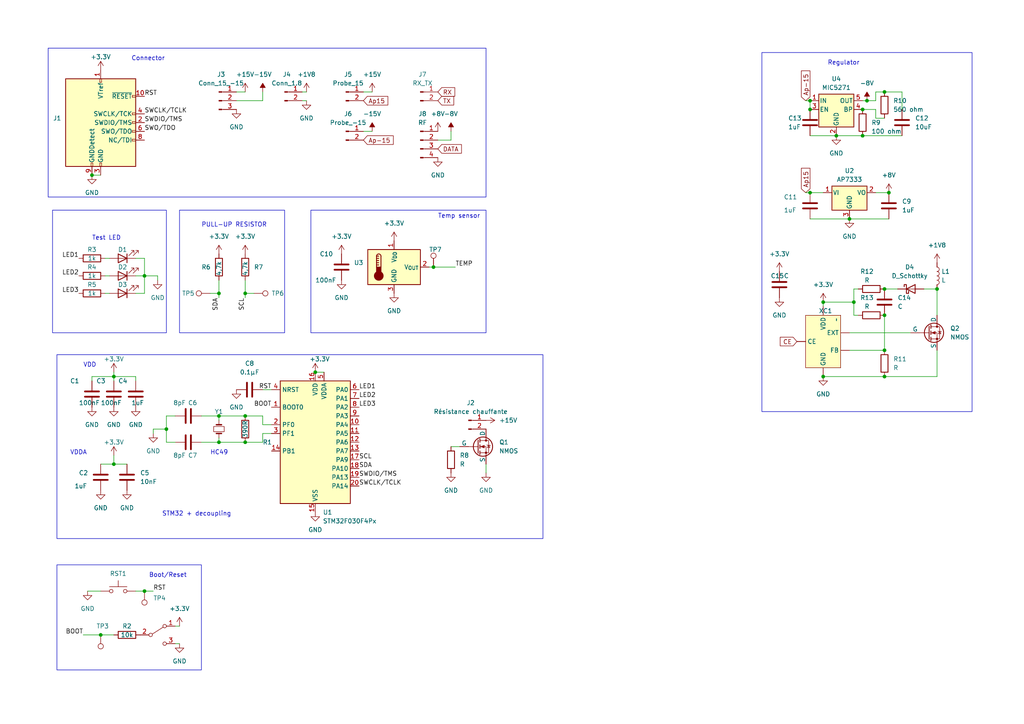
<source format=kicad_sch>
(kicad_sch (version 20230121) (generator eeschema)
  (paper "A4")
  (lib_symbols
    (symbol "Connector:Conn_01x02_Pin" (pin_names (offset 1.016) hide)
      (property "Reference" "J" (at 0 2.54 0))
      (property "Value" "Conn_01x02_Pin" (at 0 -5.08 0))
      (symbol "Conn_01x02_Pin_1_1"
        (polyline (pts (xy 1.27 -2.54) (xy 0.8636 -2.54)) (stroke (width 0.1524)))
        (polyline (pts (xy 1.27 0) (xy 0.8636 0)) (stroke (width 0.1524)))
        (rectangle (start 0.8636 -2.413) (end 0 -2.667) (stroke (width 0.1524)) (fill (type outline)))
        (rectangle (start 0.8636 0.127) (end 0 -0.127) (stroke (width 0.1524)) (fill (type outline)))
        (pin passive line (at 5.08 0 180) (length 3.81) (name "Pin_1") (number "1"))
        (pin passive line (at 5.08 -2.54 180) (length 3.81) (name "Pin_2") (number "2"))
      )
    )
    (symbol "Connector:Conn_01x03_Pin" (pin_names (offset 1.016) hide)
      (property "Reference" "J" (at 0 5.08 0))
      (property "Value" "Conn_01x03_Pin" (at 0 -5.08 0))
      (symbol "Conn_01x03_Pin_1_1"
        (polyline (pts (xy 1.27 -2.54) (xy 0.8636 -2.54)) (stroke (width 0.1524)))
        (polyline (pts (xy 1.27 0) (xy 0.8636 0)) (stroke (width 0.1524)))
        (polyline (pts (xy 1.27 2.54) (xy 0.8636 2.54)) (stroke (width 0.1524)))
        (rectangle (start 0.8636 -2.413) (end 0 -2.667) (stroke (width 0.1524)) (fill (type outline)))
        (rectangle (start 0.8636 0.127) (end 0 -0.127) (stroke (width 0.1524)) (fill (type outline)))
        (rectangle (start 0.8636 2.667) (end 0 2.413) (stroke (width 0.1524)) (fill (type outline)))
        (pin passive line (at 5.08 2.54 180) (length 3.81) (name "Pin_1") (number "1"))
        (pin passive line (at 5.08 0 180) (length 3.81) (name "Pin_2") (number "2"))
        (pin passive line (at 5.08 -2.54 180) (length 3.81) (name "Pin_3") (number "3"))
      )
    )
    (symbol "Connector:Conn_01x04_Pin" (pin_names (offset 1.016) hide)
      (property "Reference" "J" (at 0 5.08 0))
      (property "Value" "Conn_01x04_Pin" (at 0 -7.62 0))
      (symbol "Conn_01x04_Pin_1_1"
        (polyline (pts (xy 1.27 -5.08) (xy 0.8636 -5.08)) (stroke (width 0.1524)))
        (polyline (pts (xy 1.27 -2.54) (xy 0.8636 -2.54)) (stroke (width 0.1524)))
        (polyline (pts (xy 1.27 0) (xy 0.8636 0)) (stroke (width 0.1524)))
        (polyline (pts (xy 1.27 2.54) (xy 0.8636 2.54)) (stroke (width 0.1524)))
        (rectangle (start 0.8636 -4.953) (end 0 -5.207) (stroke (width 0.1524)) (fill (type outline)))
        (rectangle (start 0.8636 -2.413) (end 0 -2.667) (stroke (width 0.1524)) (fill (type outline)))
        (rectangle (start 0.8636 0.127) (end 0 -0.127) (stroke (width 0.1524)) (fill (type outline)))
        (rectangle (start 0.8636 2.667) (end 0 2.413) (stroke (width 0.1524)) (fill (type outline)))
        (pin passive line (at 5.08 2.54 180) (length 3.81) (name "Pin_1") (number "1"))
        (pin passive line (at 5.08 0 180) (length 3.81) (name "Pin_2") (number "2"))
        (pin passive line (at 5.08 -2.54 180) (length 3.81) (name "Pin_3") (number "3"))
        (pin passive line (at 5.08 -5.08 180) (length 3.81) (name "Pin_4") (number "4"))
      )
    )
    (symbol "Connector:Conn_ARM_JTAG_SWD_10" (pin_names (offset 1.016))
      (property "Reference" "J" (at -2.54 16.51 0))
      (property "Value" "Conn_ARM_JTAG_SWD_10" (at -2.54 13.97 0))
      (symbol "Conn_ARM_JTAG_SWD_10_0_1"
        (rectangle (start -10.16 12.7) (end 10.16 -12.7) (stroke (width 0.254)) (fill (type background)))
        (rectangle (start -2.794 -12.7) (end -2.286 -11.684))
        (rectangle (start -0.254 -12.7) (end 0.254 -11.684))
        (rectangle (start -0.254 12.7) (end 0.254 11.684))
        (rectangle (start 9.144 2.286) (end 10.16 2.794))
        (rectangle (start 10.16 -2.794) (end 9.144 -2.286))
        (rectangle (start 10.16 -0.254) (end 9.144 0.254))
        (rectangle (start 10.16 7.874) (end 9.144 7.366))
      )
      (symbol "Conn_ARM_JTAG_SWD_10_1_1"
        (rectangle (start 9.144 -5.334) (end 10.16 -4.826))
        (pin power_in line (at 0 15.24 270) (length 2.54) (name "VTref") (number "1"))
        (pin open_collector line (at 12.7 7.62 180) (length 2.54) (name "~{RESET}") (number "10"))
        (pin bidirectional line (at 12.7 0 180) (length 2.54) (name "SWDIO/TMS") (number "2"))
        (pin power_in line (at 0 -15.24 90) (length 2.54) (name "GND") (number "3"))
        (pin output line (at 12.7 2.54 180) (length 2.54) (name "SWCLK/TCK") (number "4"))
        (pin passive line (at 0 -15.24 90) (length 2.54) hide (name "GND") (number "5"))
        (pin input line (at 12.7 -2.54 180) (length 2.54) (name "SWO/TDO") (number "6"))
        (pin no_connect line (at -10.16 0 0) (length 2.54) hide (name "KEY") (number "7"))
        (pin output line (at 12.7 -5.08 180) (length 2.54) (name "NC/TDI") (number "8"))
        (pin passive line (at -2.54 -15.24 90) (length 2.54) (name "GNDDetect") (number "9"))
      )
    )
    (symbol "Connector:TestPoint" (pin_numbers hide) (pin_names (offset 0.762) hide)
      (property "Reference" "TP" (at 0 6.858 0))
      (property "Value" "TestPoint" (at 0 5.08 0))
      (symbol "TestPoint_0_1"
        (circle (center 0 3.302) (radius 0.762))
      )
      (symbol "TestPoint_1_1"
        (pin passive line (at 0 0 90) (length 2.54) (name "1") (number "1"))
      )
    )
    (symbol "Device:C" (pin_numbers hide) (pin_names (offset 0.254))
      (property "Reference" "C" (at 0.635 2.54 0))
      (property "Value" "C" (at 0.635 -2.54 0))
      (symbol "C_0_1"
        (polyline (pts (xy -2.032 -0.762) (xy 2.032 -0.762)) (stroke (width 0.508)))
        (polyline (pts (xy -2.032 0.762) (xy 2.032 0.762)) (stroke (width 0.508)))
      )
      (symbol "C_1_1"
        (pin passive line (at 0 3.81 270) (length 2.794) (name "~") (number "1"))
        (pin passive line (at 0 -3.81 90) (length 2.794) (name "~") (number "2"))
      )
    )
    (symbol "Device:Crystal_Small" (pin_numbers hide) (pin_names (offset 1.016) hide)
      (property "Reference" "Y" (at 0 2.54 0))
      (property "Value" "Crystal_Small" (at 0 -2.54 0))
      (symbol "Crystal_Small_0_1"
        (rectangle (start -0.762 -1.524) (end 0.762 1.524))
        (polyline (pts (xy -1.27 -0.762) (xy -1.27 0.762)) (stroke (width 0.381)))
        (polyline (pts (xy 1.27 -0.762) (xy 1.27 0.762)) (stroke (width 0.381)))
      )
      (symbol "Crystal_Small_1_1"
        (pin passive line (at -2.54 0 0) (length 1.27) (name "1") (number "1"))
        (pin passive line (at 2.54 0 180) (length 1.27) (name "2") (number "2"))
      )
    )
    (symbol "Device:D_Schottky" (pin_numbers hide) (pin_names (offset 1.016) hide)
      (property "Reference" "D" (at 0 2.54 0))
      (property "Value" "D_Schottky" (at 0 -2.54 0))
      (symbol "D_Schottky_0_1"
        (polyline (pts (xy 1.27 0) (xy -1.27 0)))
        (polyline (pts (xy 1.27 1.27) (xy 1.27 -1.27) (xy -1.27 0) (xy 1.27 1.27)) (stroke (width 0.254)))
        (polyline (pts (xy -1.905 0.635) (xy -1.905 1.27) (xy -1.27 1.27) (xy -1.27 -1.27) (xy -0.635 -1.27) (xy -0.635 -0.635)) (stroke (width 0.254)))
      )
      (symbol "D_Schottky_1_1"
        (pin passive line (at -3.81 0 0) (length 2.54) (name "K") (number "1"))
        (pin passive line (at 3.81 0 180) (length 2.54) (name "A") (number "2"))
      )
    )
    (symbol "Device:L" (pin_numbers hide) (pin_names (offset 1.016) hide)
      (property "Reference" "L" (at -1.27 0 90))
      (property "Value" "L" (at 1.905 0 90))
      (symbol "L_0_1"
        (arc (start 0 -2.54) (mid 0.6323 -1.905) (end 0 -1.27))
        (arc (start 0 -1.27) (mid 0.6323 -0.635) (end 0 0))
        (arc (start 0 0) (mid 0.6323 0.635) (end 0 1.27))
        (arc (start 0 1.27) (mid 0.6323 1.905) (end 0 2.54))
      )
      (symbol "L_1_1"
        (pin passive line (at 0 3.81 270) (length 1.27) (name "1") (number "1"))
        (pin passive line (at 0 -3.81 90) (length 1.27) (name "2") (number "2"))
      )
    )
    (symbol "Device:LED" (pin_numbers hide) (pin_names (offset 1.016) hide)
      (property "Reference" "D" (at 0 2.54 0))
      (property "Value" "LED" (at 0 -2.54 0))
      (symbol "LED_0_1"
        (polyline (pts (xy -1.27 -1.27) (xy -1.27 1.27)) (stroke (width 0.254)))
        (polyline (pts (xy -1.27 0) (xy 1.27 0)))
        (polyline (pts (xy 1.27 -1.27) (xy 1.27 1.27) (xy -1.27 0) (xy 1.27 -1.27)) (stroke (width 0.254)))
        (polyline (pts (xy -3.048 -0.762) (xy -4.572 -2.286) (xy -3.81 -2.286) (xy -4.572 -2.286) (xy -4.572 -1.524)))
        (polyline (pts (xy -1.778 -0.762) (xy -3.302 -2.286) (xy -2.54 -2.286) (xy -3.302 -2.286) (xy -3.302 -1.524)))
      )
      (symbol "LED_1_1"
        (pin passive line (at -3.81 0 0) (length 2.54) (name "K") (number "1"))
        (pin passive line (at 3.81 0 180) (length 2.54) (name "A") (number "2"))
      )
    )
    (symbol "Device:R" (pin_numbers hide) (pin_names (offset 0))
      (property "Reference" "R" (at 2.032 0 90))
      (property "Value" "R" (at 0 0 90))
      (symbol "R_0_1"
        (rectangle (start -1.016 -2.54) (end 1.016 2.54) (stroke (width 0.254)))
      )
      (symbol "R_1_1"
        (pin passive line (at 0 3.81 270) (length 1.27) (name "~") (number "1"))
        (pin passive line (at 0 -3.81 90) (length 1.27) (name "~") (number "2"))
      )
    )
    (symbol "MCU_ST_STM32F0:STM32F030F4Px"
      (property "Reference" "U" (at -10.16 19.05 0))
      (property "Value" "STM32F030F4Px" (at 5.08 19.05 0))
      (symbol "STM32F030F4Px_0_1"
        (rectangle (start -10.16 -17.78) (end 10.16 17.78) (stroke (width 0.254)) (fill (type background)))
      )
      (symbol "STM32F030F4Px_1_1"
        (pin input line (at -12.7 10.16 0) (length 2.54) (name "BOOT0") (number "1"))
        (pin bidirectional line (at 12.7 5.08 180) (length 2.54) (name "PA4") (number "10"))
        (pin bidirectional line (at 12.7 2.54 180) (length 2.54) (name "PA5") (number "11"))
        (pin bidirectional line (at 12.7 0 180) (length 2.54) (name "PA6") (number "12"))
        (pin bidirectional line (at 12.7 -2.54 180) (length 2.54) (name "PA7") (number "13"))
        (pin bidirectional line (at -12.7 -2.54 0) (length 2.54) (name "PB1") (number "14"))
        (pin power_in line (at 0 -20.32 90) (length 2.54) (name "VSS") (number "15"))
        (pin power_in line (at 0 20.32 270) (length 2.54) (name "VDD") (number "16"))
        (pin bidirectional line (at 12.7 -5.08 180) (length 2.54) (name "PA9") (number "17"))
        (pin bidirectional line (at 12.7 -7.62 180) (length 2.54) (name "PA10") (number "18"))
        (pin bidirectional line (at 12.7 -10.16 180) (length 2.54) (name "PA13") (number "19"))
        (pin bidirectional line (at -12.7 5.08 0) (length 2.54) (name "PF0") (number "2"))
        (pin bidirectional line (at 12.7 -12.7 180) (length 2.54) (name "PA14") (number "20"))
        (pin bidirectional line (at -12.7 2.54 0) (length 2.54) (name "PF1") (number "3"))
        (pin input line (at -12.7 15.24 0) (length 2.54) (name "NRST") (number "4"))
        (pin power_in line (at 2.54 20.32 270) (length 2.54) (name "VDDA") (number "5"))
        (pin bidirectional line (at 12.7 15.24 180) (length 2.54) (name "PA0") (number "6"))
        (pin bidirectional line (at 12.7 12.7 180) (length 2.54) (name "PA1") (number "7"))
        (pin bidirectional line (at 12.7 10.16 180) (length 2.54) (name "PA2") (number "8"))
        (pin bidirectional line (at 12.7 7.62 180) (length 2.54) (name "PA3") (number "9"))
      )
    )
    (symbol "Regulator_Linear:AP7384-28SA" (pin_names (offset 0.254))
      (property "Reference" "U" (at -3.81 3.175 0))
      (property "Value" "AP7384-28SA" (at 0 3.175 0))
      (symbol "AP7384-28SA_0_1"
        (rectangle (start -5.08 1.905) (end 5.08 -5.08) (stroke (width 0.254)) (fill (type background)))
      )
      (symbol "AP7384-28SA_1_1"
        (pin power_in line (at -7.62 0 0) (length 2.54) (name "VI") (number "1"))
        (pin power_out line (at 7.62 0 180) (length 2.54) (name "VO") (number "2"))
        (pin power_in line (at 0 -7.62 90) (length 2.54) (name "GND") (number "3"))
      )
    )
    (symbol "Regulator_Linear:MIC5205-2.5YM5" (pin_names (offset 0.254))
      (property "Reference" "U" (at -3.81 5.715 0))
      (property "Value" "MIC5205-2.5YM5" (at 0 5.715 0))
      (symbol "MIC5205-2.5YM5_0_1"
        (rectangle (start -5.08 4.445) (end 5.08 -5.08) (stroke (width 0.254)) (fill (type background)))
      )
      (symbol "MIC5205-2.5YM5_1_1"
        (pin power_in line (at -7.62 2.54 0) (length 2.54) (name "IN") (number "1"))
        (pin power_in line (at 0 -7.62 90) (length 2.54) (name "GND") (number "2"))
        (pin input line (at -7.62 0 0) (length 2.54) (name "EN") (number "3"))
        (pin input line (at 7.62 0 180) (length 2.54) (name "BP") (number "4"))
        (pin power_out line (at 7.62 2.54 180) (length 2.54) (name "OUT") (number "5"))
      )
    )
    (symbol "Sensor_Temperature:MCP9700Ax-ETT"
      (property "Reference" "U" (at -6.35 6.35 0))
      (property "Value" "MCP9700Ax-ETT" (at 1.27 6.35 0))
      (symbol "MCP9700Ax-ETT_0_1"
        (rectangle (start -7.62 5.08) (end 7.62 -5.08) (stroke (width 0.254)) (fill (type background)))
        (circle (center -4.445 -2.54) (radius 1.27) (stroke (width 0.254)) (fill (type outline)))
        (rectangle (start -3.81 -1.905) (end -5.08 0) (stroke (width 0.254)) (fill (type outline)))
        (arc (start -3.81 3.175) (mid -4.445 3.8073) (end -5.08 3.175) (stroke (width 0.254)))
        (polyline (pts (xy -5.08 0.635) (xy -4.445 0.635)) (stroke (width 0.254)))
        (polyline (pts (xy -5.08 1.27) (xy -4.445 1.27)) (stroke (width 0.254)))
        (polyline (pts (xy -5.08 1.905) (xy -4.445 1.905)) (stroke (width 0.254)))
        (polyline (pts (xy -5.08 2.54) (xy -4.445 2.54)) (stroke (width 0.254)))
        (polyline (pts (xy -5.08 3.175) (xy -5.08 0)) (stroke (width 0.254)))
        (polyline (pts (xy -5.08 3.175) (xy -4.445 3.175)) (stroke (width 0.254)))
        (polyline (pts (xy -3.81 3.175) (xy -3.81 0)) (stroke (width 0.254)))
      )
      (symbol "MCP9700Ax-ETT_1_1"
        (pin power_in line (at 0 7.62 270) (length 2.54) (name "V_{DD}") (number "1"))
        (pin output line (at 10.16 0 180) (length 2.54) (name "V_{OUT}") (number "2"))
        (pin power_in line (at 0 -7.62 90) (length 2.54) (name "GND") (number "3"))
      )
    )
    (symbol "Simulation_SPICE:NMOS" (pin_numbers hide) (pin_names (offset 0))
      (property "Reference" "Q" (at 5.08 1.27 0))
      (property "Value" "NMOS" (at 5.08 -1.27 0))
      (symbol "NMOS_0_1"
        (polyline (pts (xy 0.254 0) (xy -2.54 0)))
        (polyline (pts (xy 0.254 1.905) (xy 0.254 -1.905)) (stroke (width 0.254)))
        (polyline (pts (xy 0.762 -1.27) (xy 0.762 -2.286)) (stroke (width 0.254)))
        (polyline (pts (xy 0.762 0.508) (xy 0.762 -0.508)) (stroke (width 0.254)))
        (polyline (pts (xy 0.762 2.286) (xy 0.762 1.27)) (stroke (width 0.254)))
        (polyline (pts (xy 2.54 2.54) (xy 2.54 1.778)))
        (polyline (pts (xy 2.54 -2.54) (xy 2.54 0) (xy 0.762 0)))
        (polyline (pts (xy 0.762 -1.778) (xy 3.302 -1.778) (xy 3.302 1.778) (xy 0.762 1.778)))
        (polyline (pts (xy 1.016 0) (xy 2.032 0.381) (xy 2.032 -0.381) (xy 1.016 0)) (fill (type outline)))
        (polyline (pts (xy 2.794 0.508) (xy 2.921 0.381) (xy 3.683 0.381) (xy 3.81 0.254)))
        (polyline (pts (xy 3.302 0.381) (xy 2.921 -0.254) (xy 3.683 -0.254) (xy 3.302 0.381)))
        (circle (center 1.651 0) (radius 2.794) (stroke (width 0.254)))
        (circle (center 2.54 -1.778) (radius 0.254) (fill (type outline)))
        (circle (center 2.54 1.778) (radius 0.254) (fill (type outline)))
      )
      (symbol "NMOS_1_1"
        (pin passive line (at 2.54 5.08 270) (length 2.54) (name "D") (number "1"))
        (pin input line (at -5.08 0 0) (length 2.54) (name "G") (number "2"))
        (pin passive line (at 2.54 -5.08 90) (length 2.54) (name "S") (number "3"))
      )
    )
    (symbol "Switch:SW_DPDT_x2" (pin_names (offset 0) hide)
      (property "Reference" "SW" (at 0 4.318 0))
      (property "Value" "SW_DPDT_x2" (at 0 -5.08 0))
      (symbol "SW_DPDT_x2_0_0"
        (circle (center -2.032 0) (radius 0.508))
        (circle (center 2.032 -2.54) (radius 0.508))
      )
      (symbol "SW_DPDT_x2_0_1"
        (polyline (pts (xy -1.524 0.254) (xy 1.651 2.286)))
        (circle (center 2.032 2.54) (radius 0.508))
      )
      (symbol "SW_DPDT_x2_1_1"
        (pin passive line (at 5.08 2.54 180) (length 2.54) (name "A") (number "1"))
        (pin passive line (at -5.08 0 0) (length 2.54) (name "B") (number "2"))
        (pin passive line (at 5.08 -2.54 180) (length 2.54) (name "C") (number "3"))
      )
      (symbol "SW_DPDT_x2_2_1"
        (pin passive line (at 5.08 2.54 180) (length 2.54) (name "A") (number "4"))
        (pin passive line (at -5.08 0 0) (length 2.54) (name "B") (number "5"))
        (pin passive line (at 5.08 -2.54 180) (length 2.54) (name "C") (number "6"))
      )
    )
    (symbol "Switch:SW_Push" (pin_numbers hide) (pin_names (offset 1.016) hide)
      (property "Reference" "SW" (at 1.27 2.54 0))
      (property "Value" "SW_Push" (at 0 -1.524 0))
      (symbol "SW_Push_0_1"
        (circle (center -2.032 0) (radius 0.508))
        (polyline (pts (xy 0 1.27) (xy 0 3.048)))
        (polyline (pts (xy 2.54 1.27) (xy -2.54 1.27)))
        (circle (center 2.032 0) (radius 0.508))
        (pin passive line (at -5.08 0 0) (length 2.54) (name "1") (number "1"))
        (pin passive line (at 5.08 0 180) (length 2.54) (name "2") (number "2"))
      )
    )
    (symbol "aase:XC9103"
      (property "Reference" "XC9103" (at -11.43 8.89 0))
      (symbol "XC9103_1_1"
        (rectangle (start -17.78 -7.62) (end -7.62 -22.86) (fill (type background)))
        (pin input line (at -20.32 -15.24 0) (length 2.54) (name "CE") (number ""))
        (pin output line (at -5.08 -12.7 180) (length 2.54) (name "EXT") (number ""))
        (pin unspecified line (at -5.08 -17.78 180) (length 2.54) (name "FB") (number ""))
        (pin power_out line (at -12.7 -25.4 90) (length 2.54) (name "GND") (number ""))
        (pin power_in line (at -12.7 -5.08 270) (length 2.54) (name "VDD") (number ""))
      )
    )
    (symbol "power:+15V" (power) (pin_names (offset 0))
      (property "Value" "+15V" (at 0 3.556 0))
      (symbol "+15V_0_1"
        (polyline (pts (xy -0.762 1.27) (xy 0 2.54)))
        (polyline (pts (xy 0 0) (xy 0 2.54)))
        (polyline (pts (xy 0 2.54) (xy 0.762 1.27)))
      )
      (symbol "+15V_1_1"
        (pin power_in line (at 0 0 90) (length 0) hide (name "+15V") (number "1"))
      )
    )
    (symbol "power:+1V8" (power) (pin_names (offset 0))
      (property "Value" "+1V8" (at 0 3.556 0))
      (symbol "+1V8_0_1"
        (polyline (pts (xy -0.762 1.27) (xy 0 2.54)))
        (polyline (pts (xy 0 0) (xy 0 2.54)))
        (polyline (pts (xy 0 2.54) (xy 0.762 1.27)))
      )
      (symbol "+1V8_1_1"
        (pin power_in line (at 0 0 90) (length 0) hide (name "+1V8") (number "1"))
      )
    )
    (symbol "power:+3.3V" (power) (pin_names (offset 0))
      (property "Value" "+3.3V" (at 0 3.556 0))
      (symbol "+3.3V_0_1"
        (polyline (pts (xy -0.762 1.27) (xy 0 2.54)))
        (polyline (pts (xy 0 0) (xy 0 2.54)))
        (polyline (pts (xy 0 2.54) (xy 0.762 1.27)))
      )
      (symbol "+3.3V_1_1"
        (pin power_in line (at 0 0 90) (length 0) hide (name "+3.3V") (number "1"))
      )
    )
    (symbol "power:+8V" (power) (pin_names (offset 0))
      (property "Value" "+8V" (at 0 3.556 0))
      (symbol "+8V_0_1"
        (polyline (pts (xy -0.762 1.27) (xy 0 2.54)))
        (polyline (pts (xy 0 0) (xy 0 2.54)))
        (polyline (pts (xy 0 2.54) (xy 0.762 1.27)))
      )
      (symbol "+8V_1_1"
        (pin power_in line (at 0 0 90) (length 0) hide (name "+8V") (number "1"))
      )
    )
    (symbol "power:-15V" (power) (pin_names (offset 0))
      (property "Value" "-15V" (at 0 3.81 0))
      (symbol "-15V_0_0"
        (pin power_in line (at 0 0 90) (length 0) hide (name "-15V") (number "1"))
      )
      (symbol "-15V_0_1"
        (polyline (pts (xy 0 0) (xy 0 1.27) (xy 0.762 1.27) (xy 0 2.54) (xy -0.762 1.27) (xy 0 1.27)) (fill (type outline)))
      )
    )
    (symbol "power:-8V" (power) (pin_names (offset 0))
      (property "Value" "-8V" (at 0 3.81 0))
      (symbol "-8V_0_0"
        (pin power_in line (at 0 0 90) (length 0) hide (name "-8V") (number "1"))
      )
      (symbol "-8V_0_1"
        (polyline (pts (xy 0 0) (xy 0 1.27) (xy 0.762 1.27) (xy 0 2.54) (xy -0.762 1.27) (xy 0 1.27)) (fill (type outline)))
      )
    )
    (symbol "power:GND" (power) (pin_names (offset 0))
      (property "Value" "GND" (at 0 -3.81 0))
      (symbol "GND_0_1"
        (polyline (pts (xy 0 0) (xy 0 -1.27) (xy 1.27 -1.27) (xy 0 -2.54) (xy -1.27 -1.27) (xy 0 -1.27)))
      )
      (symbol "GND_1_1"
        (pin power_in line (at 0 0 270) (length 0) hide (name "GND") (number "1"))
      )
    )
  )
  (junction (at 271.78 83.82))
  (junction (at 250.19 39.37))
  (junction (at 247.65 87.63))
  (junction (at 41.91 171.45))
  (junction (at 71.12 120.65))
  (junction (at 257.81 55.88))
  (junction (at 251.46 29.21))
  (junction (at 33.02 109.22))
  (junction (at 242.57 39.37))
  (junction (at 234.95 31.75))
  (junction (at 63.5 120.65))
  (junction (at 33.02 134.62))
  (junction (at 256.54 109.22))
  (junction (at 250.19 31.75))
  (junction (at 91.44 107.95))
  (junction (at 125.73 77.47))
  (junction (at 238.76 87.63))
  (junction (at 63.5 128.27))
  (junction (at 63.5 85.09))
  (junction (at 71.12 128.27))
  (junction (at 234.95 55.88))
  (junction (at 26.67 50.8))
  (junction (at 71.12 85.09))
  (junction (at 256.54 91.44))
  (junction (at 256.54 101.6))
  (junction (at 234.95 29.21))
  (junction (at 29.21 184.15))
  (junction (at 238.76 109.22))
  (junction (at 41.91 80.01))
  (junction (at 246.38 63.5))
  (junction (at 256.54 83.82))
  (junction (at 48.26 124.46))
  (junction (at 256.54 26.67))
  (wire (pts (xy 246.38 96.52) (xy 264.16 96.52)))
  (wire (pts (xy 39.37 74.93) (xy 41.91 74.93)))
  (wire (pts (xy 63.5 120.65) (xy 71.12 120.65)))
  (wire (pts (xy 254 55.88) (xy 257.81 55.88)))
  (wire (pts (xy 130.81 129.54) (xy 133.35 129.54)))
  (wire (pts (xy 256.54 109.22) (xy 271.78 109.22)))
  (wire (pts (xy 261.62 39.37) (xy 250.19 39.37)))
  (wire (pts (xy 60.96 85.09) (xy 63.5 85.09)))
  (wire (pts (xy 41.91 80.01) (xy 45.72 80.01)))
  (wire (pts (xy 63.5 128.27) (xy 71.12 128.27)))
  (wire (pts (xy 132.08 77.47) (xy 125.73 77.47)))
  (wire (pts (xy 234.95 29.21) (xy 234.95 31.75)))
  (wire (pts (xy 71.12 85.09) (xy 71.12 81.28)))
  (wire (pts (xy 105.41 26.67) (xy 107.95 26.67)))
  (wire (pts (xy 254 34.29) (xy 254 31.75)))
  (wire (pts (xy 247.65 91.44) (xy 248.92 91.44)))
  (wire (pts (xy 36.83 134.62) (xy 33.02 134.62)))
  (wire (pts (xy 130.81 40.64) (xy 130.81 38.1)))
  (wire (pts (xy 234.95 55.88) (xy 238.76 55.88)))
  (wire (pts (xy 73.66 85.09) (xy 71.12 85.09)))
  (wire (pts (xy 71.12 120.65) (xy 76.2 120.65)))
  (wire (pts (xy 76.2 29.21) (xy 76.2 26.67)))
  (wire (pts (xy 41.91 74.93) (xy 41.91 80.01)))
  (wire (pts (xy 254 26.67) (xy 256.54 26.67)))
  (wire (pts (xy 26.67 110.49) (xy 26.67 109.22)))
  (wire (pts (xy 256.54 91.44) (xy 256.54 101.6)))
  (wire (pts (xy 76.2 113.03) (xy 78.74 113.03)))
  (wire (pts (xy 30.48 74.93) (xy 31.75 74.93)))
  (wire (pts (xy 39.37 171.45) (xy 41.91 171.45)))
  (wire (pts (xy 26.67 50.8) (xy 29.21 50.8)))
  (wire (pts (xy 24.13 184.15) (xy 29.21 184.15)))
  (wire (pts (xy 256.54 83.82) (xy 260.35 83.82)))
  (wire (pts (xy 267.97 83.82) (xy 271.78 83.82)))
  (wire (pts (xy 76.2 123.19) (xy 78.74 123.19)))
  (wire (pts (xy 76.2 120.65) (xy 76.2 123.19)))
  (wire (pts (xy 127 40.64) (xy 130.81 40.64)))
  (wire (pts (xy 48.26 124.46) (xy 44.45 124.46)))
  (wire (pts (xy 25.4 171.45) (xy 29.21 171.45)))
  (wire (pts (xy 246.38 63.5) (xy 257.81 63.5)))
  (wire (pts (xy 71.12 86.36) (xy 71.12 85.09)))
  (wire (pts (xy 68.58 29.21) (xy 76.2 29.21)))
  (wire (pts (xy 76.2 125.73) (xy 78.74 125.73)))
  (wire (pts (xy 44.45 124.46) (xy 44.45 125.73)))
  (wire (pts (xy 48.26 120.65) (xy 50.8 120.65)))
  (wire (pts (xy 233.68 55.88) (xy 234.95 55.88)))
  (wire (pts (xy 254 34.29) (xy 256.54 34.29)))
  (wire (pts (xy 63.5 128.27) (xy 58.42 128.27)))
  (wire (pts (xy 30.48 80.01) (xy 31.75 80.01)))
  (wire (pts (xy 41.91 171.45) (xy 44.45 171.45)))
  (wire (pts (xy 33.02 132.08) (xy 33.02 134.62)))
  (wire (pts (xy 39.37 110.49) (xy 39.37 109.22)))
  (wire (pts (xy 238.76 109.22) (xy 256.54 109.22)))
  (wire (pts (xy 242.57 39.37) (xy 250.19 39.37)))
  (wire (pts (xy 39.37 80.01) (xy 41.91 80.01)))
  (wire (pts (xy 247.65 83.82) (xy 247.65 87.63)))
  (wire (pts (xy 30.48 85.09) (xy 31.75 85.09)))
  (wire (pts (xy 71.12 128.27) (xy 76.2 128.27)))
  (wire (pts (xy 33.02 134.62) (xy 29.21 134.62)))
  (wire (pts (xy 247.65 87.63) (xy 238.76 87.63)))
  (wire (pts (xy 33.02 109.22) (xy 33.02 110.49)))
  (wire (pts (xy 41.91 80.01) (xy 41.91 85.09)))
  (wire (pts (xy 68.58 26.67) (xy 71.12 26.67)))
  (wire (pts (xy 39.37 109.22) (xy 33.02 109.22)))
  (wire (pts (xy 26.67 109.22) (xy 33.02 109.22)))
  (wire (pts (xy 63.5 85.09) (xy 63.5 81.28)))
  (wire (pts (xy 33.02 107.95) (xy 33.02 109.22)))
  (wire (pts (xy 76.2 125.73) (xy 76.2 128.27)))
  (wire (pts (xy 29.21 184.15) (xy 33.02 184.15)))
  (wire (pts (xy 87.63 26.67) (xy 88.9 26.67)))
  (wire (pts (xy 48.26 124.46) (xy 48.26 128.27)))
  (wire (pts (xy 256.54 101.6) (xy 246.38 101.6)))
  (wire (pts (xy 238.76 87.63) (xy 238.76 88.9)))
  (wire (pts (xy 63.5 120.65) (xy 63.5 121.92)))
  (wire (pts (xy 254 31.75) (xy 250.19 31.75)))
  (wire (pts (xy 125.73 77.47) (xy 124.46 77.47)))
  (wire (pts (xy 91.44 107.95) (xy 93.98 107.95)))
  (wire (pts (xy 63.5 120.65) (xy 58.42 120.65)))
  (wire (pts (xy 247.65 87.63) (xy 247.65 91.44)))
  (wire (pts (xy 50.8 181.61) (xy 52.07 181.61)))
  (wire (pts (xy 256.54 26.67) (xy 261.62 26.67)))
  (wire (pts (xy 254 29.21) (xy 251.46 29.21)))
  (wire (pts (xy 52.07 186.69) (xy 50.8 186.69)))
  (wire (pts (xy 234.95 39.37) (xy 242.57 39.37)))
  (wire (pts (xy 45.72 80.01) (xy 45.72 81.28)))
  (wire (pts (xy 233.68 29.21) (xy 234.95 29.21)))
  (wire (pts (xy 48.26 120.65) (xy 48.26 124.46)))
  (wire (pts (xy 254 26.67) (xy 254 29.21)))
  (wire (pts (xy 271.78 101.6) (xy 271.78 109.22)))
  (wire (pts (xy 63.5 127) (xy 63.5 128.27)))
  (wire (pts (xy 105.41 38.1) (xy 107.95 38.1)))
  (wire (pts (xy 271.78 83.82) (xy 271.78 91.44)))
  (wire (pts (xy 234.95 63.5) (xy 246.38 63.5)))
  (wire (pts (xy 251.46 29.21) (xy 250.19 29.21)))
  (wire (pts (xy 140.97 137.16) (xy 140.97 134.62)))
  (wire (pts (xy 261.62 26.67) (xy 261.62 31.75)))
  (wire (pts (xy 39.37 85.09) (xy 41.91 85.09)))
  (wire (pts (xy 87.63 29.21) (xy 88.9 29.21)))
  (wire (pts (xy 63.5 86.36) (xy 63.5 85.09)))
  (wire (pts (xy 50.8 128.27) (xy 48.26 128.27)))
  (wire (pts (xy 247.65 83.82) (xy 248.92 83.82)))
  (rectangle (start 16.51 163.83) (end 58.42 194.31))
  (rectangle (start 13.97 13.97) (end 140.97 57.15))
  (rectangle (start 16.51 102.87) (end 157.48 156.21))
  (rectangle (start 90.17 60.96) (end 140.97 96.52))
  (rectangle (start 220.98 15.24) (end 281.94 119.38))
  (rectangle (start 52.07 60.96) (end 82.55 96.52))
  (rectangle (start 15.24 60.96) (end 48.26 96.52))
  (text "Connector\n" (at 38.1 17.78 0) (effects (font (size 1.27 1.27)) (justify left bottom)))
  (text "PULL-UP RESISTOR\n" (at 58.42 66.04 0) (effects (font (size 1.27 1.27)) (justify left bottom)))
  (text "Regulator" (at 240.03 19.05 0) (effects (font (size 1.27 1.27)) (justify left bottom)))
  (text "STM32 + decoupling \n" (at 46.99 149.86 0) (effects (font (size 1.27 1.27)) (justify left bottom)))
  (text "Test LED\n" (at 26.67 69.85 0) (effects (font (size 1.27 1.27)) (justify left bottom)))
  (text "Temp sensor\n" (at 127 63.5 0) (effects (font (size 1.27 1.27)) (justify left bottom)))
  (text "VDD\n" (at 24.13 106.68 0) (effects (font (size 1.27 1.27)) (justify left bottom)))
  (text "VDDA" (at 20.32 132.08 0) (effects (font (size 1.27 1.27)) (justify left bottom)))
  (text "HC49\n" (at 60.96 132.08 0) (effects (font (size 1.27 1.27)) (justify left bottom)))
  (text "Boot/Reset\n" (at 43.18 167.64 0) (effects (font (size 1.27 1.27)) (justify left bottom)))
  (label "SDA" (at 104.14 135.89 0))
  (label "LED2" (at 104.14 115.57 0))
  (label "LED1" (at 104.14 113.03 0))
  (label "TEMP" (at 132.08 77.47 0))
  (label "SCL" (at 71.12 86.36 270))
  (label "SWDIO{slash}TMS" (at 41.91 35.56 0))
  (label "LED2" (at 22.86 80.01 180))
  (label "LED3" (at 104.14 118.11 0))
  (label "SWCLK{slash}TCLK" (at 41.91 33.02 0))
  (label "SDA" (at 63.5 86.36 270))
  (label "LED1" (at 22.86 74.93 180))
  (label "SWCLK{slash}TCLK" (at 104.14 140.97 0))
  (label "RST" (at 44.45 171.45 0))
  (label "LED3" (at 22.86 85.09 180))
  (label "RST" (at 41.91 27.94 0))
  (label "RST" (at 78.74 113.03 180))
  (label "SWO{slash}TDO" (at 41.91 38.1 0))
  (label "SCL" (at 104.14 133.35 0))
  (label "BOOT" (at 24.13 184.15 180))
  (label "SWDIO{slash}TMS" (at 104.14 138.43 0))
  (label "BOOT" (at 78.74 118.11 180))
  (global_label "RX" (shape input) (at 127 26.67 0) (property "Intersheetrefs" "${INTERSHEET_REFS}" (effects hide)))
  (global_label "Ap-15" (shape input) (at 233.68 29.21 90) (property "Intersheetrefs" "${INTERSHEET_REFS}" (effects hide)))
  (global_label "TX" (shape input) (at 127 29.21 0) (property "Intersheetrefs" "${INTERSHEET_REFS}" (effects hide)))
  (global_label "CE" (shape input) (at 231.14 99.06 180) (property "Intersheetrefs" "${INTERSHEET_REFS}" (effects hide)))
  (global_label "Ap15" (shape input) (at 105.41 29.21 0) (property "Intersheetrefs" "${INTERSHEET_REFS}" (effects hide)))
  (global_label "DATA" (shape input) (at 127 43.18 0) (property "Intersheetrefs" "${INTERSHEET_REFS}" (effects hide)))
  (global_label "Ap-15" (shape input) (at 105.41 40.64 0) (property "Intersheetrefs" "${INTERSHEET_REFS}" (effects hide)))
  (global_label "Ap15" (shape input) (at 233.68 55.88 90) (property "Intersheetrefs" "${INTERSHEET_REFS}" (effects hide)))
  (symbol (lib_id "Device:LED") (at 35.56 80.01 180) (unit 1)
    (property "Reference" "D2" (at 35.56 77.47 0))
    (property "Value" "LED" (effects hide))
    (property "Footprint" "Diode_SMD:D_0603_1608Metric_Pad1.05x0.95mm_HandSolder" (effects hide))
  )
  (symbol (lib_id "power:+15V") (at 71.12 26.67 0) (unit 1)
    (property "Reference" "#PWR041" (effects hide))
    (property "Value" "+15V" (at 71.12 21.59 0))
  )
  (symbol (lib_id "power:+3.3V") (at 114.3 69.85 0) (unit 1)
    (property "Reference" "#PWR028" (effects hide))
    (property "Value" "+3.3V" (at 114.3 64.77 0))
  )
  (symbol (lib_id "Device:C") (at 39.37 114.3 0) (unit 1)
    (property "Reference" "C4" (at 34.29 110.49 0) (effects (justify left)))
    (property "Value" "1uF" (at 38.1 116.84 0) (effects (justify left)))
    (property "Footprint" "Capacitor_SMD:C_0603_1608Metric_Pad1.08x0.95mm_HandSolder" (effects hide))
  )
  (symbol (lib_id "Device:C") (at 29.21 138.43 0) (unit 1)
    (property "Reference" "C2" (at 22.86 137.16 0) (effects (justify left)))
    (property "Value" "1uF" (at 21.59 140.97 0) (effects (justify left)))
    (property "Footprint" "Capacitor_SMD:C_0603_1608Metric_Pad1.08x0.95mm_HandSolder" (effects hide))
  )
  (symbol (lib_id "Switch:SW_DPDT_x2") (at 45.72 184.15 0) (unit 1)
    (property "Reference" "SW1" (effects hide))
    (property "Value" "SW_DPDT_x2" (effects hide))
    (property "Footprint" "Connector_PinHeader_2.54mm:PinHeader_1x03_P2.54mm_Vertical" (effects hide))
  )
  (symbol (lib_id "Device:LED") (at 35.56 74.93 180) (unit 1)
    (property "Reference" "D1" (at 35.56 72.39 0))
    (property "Value" "LED" (effects hide))
    (property "Footprint" "Diode_SMD:D_0603_1608Metric_Pad1.05x0.95mm_HandSolder" (effects hide))
  )
  (symbol (lib_id "power:+3.3V") (at 33.02 107.95 0) (unit 1)
    (property "Reference" "#PWR06" (effects hide))
    (property "Value" "+3.3V" (at 33.02 104.14 0))
  )
  (symbol (lib_id "Device:C") (at 54.61 120.65 270) (mirror x) (unit 1)
    (property "Reference" "C6" (at 55.88 116.84 90))
    (property "Value" "8pF" (at 52.07 116.84 90))
    (property "Footprint" "Capacitor_SMD:C_0603_1608Metric_Pad1.08x0.95mm_HandSolder" (effects hide))
  )
  (symbol (lib_id "Device:LED") (at 35.56 85.09 180) (unit 1)
    (property "Reference" "D3" (at 35.56 82.55 0))
    (property "Value" "LED" (effects hide))
    (property "Footprint" "Diode_SMD:D_0603_1608Metric_Pad1.05x0.95mm_HandSolder" (effects hide))
  )
  (symbol (lib_id "Device:R") (at 26.67 74.93 90) (unit 1)
    (property "Reference" "R3" (at 26.67 72.39 90))
    (property "Value" "1k" (at 26.67 74.93 90))
    (property "Footprint" "Resistor_SMD:R_0603_1608Metric_Pad0.98x0.95mm_HandSolder" (effects hide))
  )
  (symbol (lib_id "Device:C") (at 257.81 59.69 0) (unit 1)
    (property "Reference" "C9" (at 261.62 58.42 0) (effects (justify left)))
    (property "Value" "1uF" (at 261.62 60.96 0) (effects (justify left)))
  )
  (symbol (lib_id "aase:XC9103") (at 251.46 83.82 0) (unit 1)
    (property "Reference" "XC1" (at 237.49 90.17 0) (effects (justify left)))
    (property "Value" "~" (at 242.57 92.71 90))
    (property "Footprint" "Package_TO_SOT_SMD:SOT-353_SC-70-5" (effects hide))
  )
  (symbol (lib_id "power:GND") (at 39.37 118.11 0) (unit 1)
    (property "Reference" "#PWR09" (effects hide))
    (property "Value" "GND" (at 39.37 123.19 0))
  )
  (symbol (lib_id "Connector:TestPoint") (at 125.73 77.47 0) (unit 1)
    (property "Reference" "TP7" (at 124.46 72.39 0) (effects (justify left)))
    (property "Value" "TestPoint" (effects hide))
    (property "Footprint" "TestPoint:TestPoint_Pad_D1.5mm" (effects hide))
  )
  (symbol (lib_id "Connector:Conn_01x02_Pin") (at 100.33 26.67 0) (unit 1)
    (property "Reference" "J5" (at 100.965 21.59 0))
    (property "Value" "Probe_15" (at 100.965 24.13 0))
  )
  (symbol (lib_id "power:GND") (at 36.83 142.24 0) (unit 1)
    (property "Reference" "#PWR010" (effects hide))
    (property "Value" "GND" (at 36.83 147.32 0))
  )
  (symbol (lib_id "Device:D_Schottky") (at 264.16 83.82 0) (unit 1)
    (property "Reference" "D4" (at 263.8425 77.47 0))
    (property "Value" "D_Schottky" (at 263.8425 80.01 0))
  )
  (symbol (lib_id "power:GND") (at 114.3 85.09 0) (unit 1)
    (property "Reference" "#PWR029" (effects hide))
    (property "Value" "GND" (at 114.3 90.17 0))
  )
  (symbol (lib_id "Device:R") (at 36.83 184.15 90) (unit 1)
    (property "Reference" "R2" (at 36.83 181.61 90))
    (property "Value" "10k" (at 36.83 184.15 90))
    (property "Footprint" "Resistor_SMD:R_0603_1608Metric_Pad0.98x0.95mm_HandSolder" (effects hide))
  )
  (symbol (lib_id "Device:C") (at 234.95 59.69 0) (unit 1)
    (property "Reference" "C11" (at 227.33 57.15 0) (effects (justify left)))
    (property "Value" "1uF" (at 227.33 60.96 0) (effects (justify left)))
  )
  (symbol (lib_id "Switch:SW_Push") (at 34.29 171.45 0) (unit 1)
    (property "Reference" "RST1" (at 34.29 166.37 0))
    (property "Value" "SW_Push" (effects hide))
    (property "Footprint" "Button_Switch_SMD:SW_SPST_SKQG_WithStem" (effects hide))
  )
  (symbol (lib_id "Sensor_Temperature:MCP9700Ax-ETT") (at 114.3 77.47 0) (unit 1)
    (property "Reference" "U3" (at 105.41 76.2 0) (effects (justify right)))
    (property "Value" "MCP9700Ax-ETT" (effects hide))
    (property "Footprint" "Package_TO_SOT_SMD:SOT-23" (effects hide))
    (property "Datasheet" "http://ww1.microchip.com/downloads/en/devicedoc/20001942g.pdf" (effects hide))
  )
  (symbol (lib_id "Device:R") (at 71.12 77.47 0) (unit 1)
    (property "Reference" "R7" (at 73.66 77.47 0) (effects (justify left)))
    (property "Value" "4,7k" (at 71.12 80.01 90) (effects (justify left)))
    (property "Footprint" "Resistor_SMD:R_0603_1608Metric_Pad0.98x0.95mm_HandSolder" (effects hide))
  )
  (symbol (lib_id "power:GND") (at 52.07 186.69 0) (unit 1)
    (property "Reference" "#PWR018" (effects hide))
    (property "Value" "GND" (at 52.07 191.77 0))
  )
  (symbol (lib_id "power:+3.3V") (at 91.44 107.95 0) (unit 1)
    (property "Reference" "#PWR013" (effects hide))
    (property "Value" "+3.3V" (at 92.71 104.14 0))
  )
  (symbol (lib_id "power:GND") (at 44.45 125.73 0) (mirror y) (unit 1)
    (property "Reference" "#PWR011" (effects hide))
    (property "Value" "GND" (at 44.45 130.81 0))
  )
  (symbol (lib_id "Device:R") (at 63.5 77.47 0) (unit 1)
    (property "Reference" "R6" (at 58.42 77.47 0) (effects (justify left)))
    (property "Value" "4,7k" (at 63.5 80.01 90) (effects (justify left)))
    (property "Footprint" "Resistor_SMD:R_0603_1608Metric_Pad0.98x0.95mm_HandSolder" (effects hide))
  )
  (symbol (lib_id "power:+15V") (at 107.95 26.67 0) (unit 1)
    (property "Reference" "#PWR044" (effects hide))
    (property "Value" "+15V" (at 107.95 21.59 0))
  )
  (symbol (lib_id "Device:C") (at 33.02 114.3 0) (unit 1)
    (property "Reference" "C3" (at 27.94 110.49 0) (effects (justify left)))
    (property "Value" "100nF" (at 29.21 116.84 0) (effects (justify left)))
    (property "Footprint" "Capacitor_SMD:C_0603_1608Metric_Pad1.08x0.95mm_HandSolder" (effects hide))
  )
  (symbol (lib_id "Connector:TestPoint") (at 29.21 184.15 180) (unit 1)
    (property "Reference" "TP3" (at 27.94 181.61 0) (effects (justify right)))
    (property "Value" "TestPoint" (effects hide))
    (property "Footprint" "TestPoint:TestPoint_Pad_D1.5mm" (effects hide))
  )
  (symbol (lib_id "Device:C") (at 54.61 128.27 270) (mirror x) (unit 1)
    (property "Reference" "C7" (at 55.88 132.08 90))
    (property "Value" "8pF" (at 52.07 132.08 90))
    (property "Footprint" "Capacitor_SMD:C_0603_1608Metric_Pad1.08x0.95mm_HandSolder" (effects hide))
  )
  (symbol (lib_id "Device:C") (at 261.62 35.56 0) (unit 1)
    (property "Reference" "C12" (at 265.43 34.29 0) (effects (justify left)))
    (property "Value" "10uF" (at 265.43 36.83 0) (effects (justify left)))
  )
  (symbol (lib_id "Device:R") (at 26.67 85.09 90) (unit 1)
    (property "Reference" "R5" (at 26.67 82.55 90))
    (property "Value" "1k" (at 26.67 85.09 90))
    (property "Footprint" "Resistor_SMD:R_0603_1608Metric_Pad0.98x0.95mm_HandSolder" (effects hide))
  )
  (symbol (lib_id "Device:C") (at 256.54 87.63 0) (unit 1)
    (property "Reference" "C14" (at 260.35 86.36 0) (effects (justify left)))
    (property "Value" "C" (at 260.35 88.9 0) (effects (justify left)))
  )
  (symbol (lib_id "Connector:TestPoint") (at 41.91 171.45 180) (unit 1)
    (property "Reference" "TP4" (at 44.45 173.482 0) (effects (justify right)))
    (property "Value" "TestPoint" (effects hide))
    (property "Footprint" "TestPoint:TestPoint_Pad_D1.5mm" (effects hide))
  )
  (symbol (lib_id "power:+3.3V") (at 238.76 87.63 0) (unit 1)
    (property "Reference" "#PWR015" (effects hide))
    (property "Value" "+3.3V" (at 238.76 82.55 0))
  )
  (symbol (lib_id "power:+3.3V") (at 226.06 78.74 0) (unit 1)
    (property "Reference" "#PWR037" (effects hide))
    (property "Value" "+3.3V" (at 226.06 73.66 0))
  )
  (symbol (lib_id "power:GND") (at 91.44 148.59 0) (unit 1)
    (property "Reference" "#PWR014" (effects hide))
    (property "Value" "GND" (at 91.44 153.67 0))
  )
  (symbol (lib_id "power:+1V8") (at 88.9 26.67 0) (unit 1)
    (property "Reference" "#PWR039" (effects hide))
    (property "Value" "+1V8" (at 88.9 21.59 0))
  )
  (symbol (lib_id "power:GND") (at 99.06 81.28 0) (unit 1)
    (property "Reference" "#PWR027" (effects hide))
    (property "Value" "GND" (at 99.06 86.36 0))
  )
  (symbol (lib_id "power:GND") (at 140.97 137.16 0) (unit 1)
    (property "Reference" "#PWR023" (effects hide))
    (property "Value" "GND" (at 140.97 142.24 0))
  )
  (symbol (lib_id "Connector:Conn_01x02_Pin") (at 121.92 26.67 0) (unit 1)
    (property "Reference" "J7" (at 122.555 21.59 0))
    (property "Value" "RX_TX" (at 122.555 24.13 0))
  )
  (symbol (lib_id "power:GND") (at 68.58 113.03 0) (unit 1)
    (property "Reference" "#PWR012" (effects hide))
    (property "Value" "GND" (at 68.58 118.11 0))
  )
  (symbol (lib_id "power:-15V") (at 107.95 38.1 0) (unit 1)
    (property "Reference" "#PWR045" (effects hide))
    (property "Value" "-15V" (at 107.95 33.02 0))
  )
  (symbol (lib_id "power:GND") (at 242.57 39.37 0) (unit 1)
    (property "Reference" "#PWR030" (effects hide))
    (property "Value" "GND" (at 242.57 44.45 0))
  )
  (symbol (lib_id "power:+8V") (at 127 38.1 0) (unit 1)
    (property "Reference" "#PWR03" (effects hide))
    (property "Value" "+8V" (at 127 33.02 0))
  )
  (symbol (lib_id "power:+3.3V") (at 52.07 181.61 0) (unit 1)
    (property "Reference" "#PWR017" (effects hide))
    (property "Value" "+3.3V" (at 52.07 176.53 0))
  )
  (symbol (lib_id "power:GND") (at 238.76 109.22 0) (unit 1)
    (property "Reference" "#PWR035" (effects hide))
    (property "Value" "GND" (at 238.76 114.3 0))
  )
  (symbol (lib_id "Simulation_SPICE:NMOS") (at 269.24 96.52 0) (unit 1)
    (property "Reference" "Q2" (at 275.59 95.25 0) (effects (justify left)))
    (property "Value" "NMOS" (at 275.59 97.79 0) (effects (justify left)))
    (property "Footprint" "Package_TO_SOT_SMD:SOT-89-3" (effects hide))
    (property "Datasheet" "https://ngspice.sourceforge.io/docs/ngspice-html-manual/manual.xhtml#cha_MOSFETs" (effects hide))
    (property "Sim.Device" "NMOS" (effects hide))
    (property "Sim.Type" "VDMOS" (effects hide))
    (property "Sim.Pins" "1=D 2=G 3=S" (effects hide))
  )
  (symbol (lib_id "Simulation_SPICE:NMOS") (at 138.43 129.54 0) (unit 1)
    (property "Reference" "Q1" (at 144.78 128.27 0) (effects (justify left)))
    (property "Value" "NMOS" (at 144.78 130.81 0) (effects (justify left)))
    (property "Footprint" "Package_TO_SOT_SMD:SOT-89-3" (effects hide))
    (property "Datasheet" "https://ngspice.sourceforge.io/docs/ngspice-html-manual/manual.xhtml#cha_MOSFETs" (effects hide))
    (property "Sim.Device" "NMOS" (effects hide))
    (property "Sim.Type" "VDMOS" (effects hide))
    (property "Sim.Pins" "1=D 2=G 3=S" (effects hide))
  )
  (symbol (lib_id "power:GND") (at 127 45.72 0) (unit 1)
    (property "Reference" "#PWR033" (effects hide))
    (property "Value" "GND" (at 127 50.8 0))
  )
  (symbol (lib_id "power:-8V") (at 251.46 29.21 0) (unit 1)
    (property "Reference" "#PWR034" (effects hide))
    (property "Value" "-8V" (at 251.46 24.13 0))
  )
  (symbol (lib_id "power:GND") (at 246.38 63.5 0) (unit 1)
    (property "Reference" "#PWR025" (effects hide))
    (property "Value" "GND" (at 246.38 68.58 0))
  )
  (symbol (lib_id "power:GND") (at 29.21 142.24 0) (unit 1)
    (property "Reference" "#PWR05" (effects hide))
    (property "Value" "GND" (at 29.21 147.32 0))
  )
  (symbol (lib_id "power:+3.3V") (at 63.5 73.66 0) (unit 1)
    (property "Reference" "#PWR020" (effects hide))
    (property "Value" "+3.3V" (at 63.5 68.58 0))
  )
  (symbol (lib_id "Device:R") (at 256.54 105.41 0) (unit 1)
    (property "Reference" "R11" (at 259.08 104.14 0) (effects (justify left)))
    (property "Value" "R" (at 259.08 106.68 0) (effects (justify left)))
  )
  (symbol (lib_id "Connector:Conn_01x04_Pin") (at 121.92 40.64 0) (unit 1)
    (property "Reference" "J8" (at 122.555 33.02 0))
    (property "Value" "RF" (at 122.555 35.56 0))
  )
  (symbol (lib_id "Device:L") (at 271.78 80.01 0) (unit 1)
    (property "Reference" "L1" (at 273.05 78.74 0) (effects (justify left)))
    (property "Value" "L" (at 273.05 81.28 0) (effects (justify left)))
  )
  (symbol (lib_id "power:+1V8") (at 271.78 76.2 0) (unit 1)
    (property "Reference" "#PWR036" (effects hide))
    (property "Value" "+1V8" (at 271.78 71.12 0))
  )
  (symbol (lib_id "power:GND") (at 226.06 86.36 0) (unit 1)
    (property "Reference" "#PWR038" (effects hide))
    (property "Value" "GND" (at 226.06 91.44 0))
  )
  (symbol (lib_id "power:+3.3V") (at 71.12 73.66 0) (unit 1)
    (property "Reference" "#PWR021" (effects hide))
    (property "Value" "+3.3V" (at 71.12 68.58 0))
  )
  (symbol (lib_id "Device:Crystal_Small") (at 63.5 124.46 90) (unit 1)
    (property "Reference" "Y1" (at 62.23 119.38 90) (effects (justify right)))
    (property "Value" "Crystal_Small" (effects hide))
    (property "Footprint" "Crystal:Crystal_SMD_HC49-SD_HandSoldering" (effects hide))
  )
  (symbol (lib_id "Device:C") (at 234.95 35.56 180) (unit 1)
    (property "Reference" "C13" (at 228.6 34.29 0) (effects (justify right)))
    (property "Value" "1uF" (at 228.6 36.83 0) (effects (justify right)))
  )
  (symbol (lib_id "Device:C") (at 36.83 138.43 0) (unit 1)
    (property "Reference" "C5" (at 40.64 137.16 0) (effects (justify left)))
    (property "Value" "10nF" (at 40.64 139.7 0) (effects (justify left)))
    (property "Footprint" "Capacitor_SMD:C_0603_1608Metric_Pad1.08x0.95mm_HandSolder" (effects hide))
  )
  (symbol (lib_id "power:+3.3V") (at 33.02 132.08 0) (unit 1)
    (property "Reference" "#PWR08" (effects hide))
    (property "Value" "+3.3V" (at 33.02 128.27 0))
  )
  (symbol (lib_id "Device:R") (at 256.54 30.48 0) (unit 1)
    (property "Reference" "R10" (at 259.08 29.21 0) (effects (justify left)))
    (property "Value" "560 ohm" (at 259.08 31.75 0) (effects (justify left)))
  )
  (symbol (lib_id "power:-8V") (at 130.81 38.1 0) (unit 1)
    (property "Reference" "#PWR031" (effects hide))
    (property "Value" "-8V" (at 130.81 33.02 0))
  )
  (symbol (lib_id "Device:R") (at 250.19 35.56 0) (unit 1)
    (property "Reference" "R9" (at 252.73 35.56 0) (effects (justify left)))
    (property "Value" "100 ohm" (at 252.73 38.1 0) (effects (justify left)))
  )
  (symbol (lib_id "Connector:TestPoint") (at 73.66 85.09 270) (unit 1)
    (property "Reference" "TP6" (at 78.74 85.09 90) (effects (justify left)))
    (property "Value" "TestPoint" (effects hide))
    (property "Footprint" "TestPoint:TestPoint_Pad_D1.5mm" (effects hide))
  )
  (symbol (lib_id "power:GND") (at 130.81 137.16 0) (unit 1)
    (property "Reference" "#PWR024" (effects hide))
    (property "Value" "GND" (at 130.81 142.24 0))
  )
  (symbol (lib_id "Regulator_Linear:AP7384-28SA") (at 246.38 55.88 0) (unit 1)
    (property "Reference" "U2" (at 246.38 49.53 0))
    (property "Value" "AP7333" (at 246.38 52.07 0))
    (property "Footprint" "Package_TO_SOT_SMD:SOT-23" (effects hide))
    (property "Datasheet" "https://www.diodes.com/assets/Datasheets/AP7384.pdf" (effects hide))
  )
  (symbol (lib_id "Device:R") (at 252.73 83.82 90) (unit 1)
    (property "Reference" "R12" (at 251.46 78.74 90))
    (property "Value" "R" (at 251.46 81.28 90))
  )
  (symbol (lib_id "Connector:Conn_01x03_Pin") (at 63.5 29.21 0) (unit 1)
    (property "Reference" "J3" (at 64.135 21.59 0))
    (property "Value" "Conn_15_-15" (at 64.135 24.13 0))
  )
  (symbol (lib_id "power:+3.3V") (at 29.21 20.32 0) (unit 1)
    (property "Reference" "#PWR02" (effects hide))
    (property "Value" "+3.3V" (at 29.21 16.51 0))
  )
  (symbol (lib_id "Device:C") (at 99.06 77.47 0) (unit 1)
    (property "Reference" "C10" (at 92.71 73.66 0) (effects (justify left)))
    (property "Value" "100nF" (at 91.44 81.28 0) (effects (justify left)))
    (property "Footprint" "Capacitor_SMD:C_0603_1608Metric_Pad1.08x0.95mm_HandSolder" (effects hide))
  )
  (symbol (lib_id "Regulator_Linear:MIC5205-2.5YM5") (at 242.57 31.75 0) (unit 1)
    (property "Reference" "U4" (at 242.57 22.86 0))
    (property "Value" "MIC5271" (at 242.57 25.4 0))
    (property "Footprint" "Package_TO_SOT_SMD:SOT-23-5" (effects hide))
    (property "Datasheet" "http://ww1.microchip.com/downloads/en/DeviceDoc/20005785A.pdf" (effects hide))
  )
  (symbol (lib_id "Device:R") (at 130.81 133.35 0) (unit 1)
    (property "Reference" "R8" (at 133.35 132.08 0) (effects (justify left)))
    (property "Value" "R" (at 133.35 134.62 0) (effects (justify left)))
  )
  (symbol (lib_id "Device:C") (at 226.06 82.55 0) (unit 1)
    (property "Reference" "C15" (at 223.52 80.01 0) (effects (justify left)))
    (property "Value" "C" (at 227.33 80.01 0) (effects (justify left)))
  )
  (symbol (lib_id "Connector:TestPoint") (at 60.96 85.09 90) (unit 1)
    (property "Reference" "TP5" (at 54.61 85.09 90))
    (property "Value" "TestPoint" (effects hide))
    (property "Footprint" "TestPoint:TestPoint_Pad_D1.5mm" (effects hide))
  )
  (symbol (lib_id "MCU_ST_STM32F0:STM32F030F4Px") (at 91.44 128.27 0) (unit 1)
    (property "Reference" "U1" (at 93.6341 148.59 0) (effects (justify left)))
    (property "Value" "STM32F030F4Px" (at 93.6341 151.13 0) (effects (justify left)))
    (property "Footprint" "Package_SO:TSSOP-20_4.4x6.5mm_P0.65mm" (effects hide))
    (property "Datasheet" "https://www.st.com/resource/en/datasheet/stm32f030f4.pdf" (effects hide))
  )
  (symbol (lib_id "power:GND") (at 88.9 29.21 0) (unit 1)
    (property "Reference" "#PWR040" (effects hide))
    (property "Value" "GND" (at 88.9 34.29 0))
  )
  (symbol (lib_id "power:+15V") (at 140.97 121.92 270) (unit 1)
    (property "Reference" "#PWR022" (effects hide))
    (property "Value" "+15V" (at 144.78 121.92 90) (effects (justify left)))
  )
  (symbol (lib_id "Device:R") (at 26.67 80.01 90) (unit 1)
    (property "Reference" "R4" (at 26.67 77.47 90))
    (property "Value" "1k" (at 26.67 80.01 90))
    (property "Footprint" "Resistor_SMD:R_0603_1608Metric_Pad0.98x0.95mm_HandSolder" (effects hide))
  )
  (symbol (lib_id "power:+3.3V") (at 99.06 73.66 0) (unit 1)
    (property "Reference" "#PWR026" (effects hide))
    (property "Value" "+3.3V" (at 99.06 68.58 0))
  )
  (symbol (lib_id "power:GND") (at 26.67 50.8 0) (unit 1)
    (property "Reference" "#PWR01" (effects hide))
    (property "Value" "GND" (at 26.67 55.88 0))
  )
  (symbol (lib_id "Device:R") (at 252.73 91.44 90) (unit 1)
    (property "Reference" "R13" (at 251.46 86.36 90))
    (property "Value" "R" (at 251.46 88.9 90))
  )
  (symbol (lib_id "power:GND") (at 33.02 118.11 0) (unit 1)
    (property "Reference" "#PWR07" (effects hide))
    (property "Value" "GND" (at 33.02 123.19 0))
  )
  (symbol (lib_id "power:GND") (at 68.58 31.75 0) (unit 1)
    (property "Reference" "#PWR043" (effects hide))
    (property "Value" "GND" (at 68.58 36.83 0))
  )
  (symbol (lib_id "Connector:Conn_01x02_Pin") (at 82.55 26.67 0) (unit 1)
    (property "Reference" "J4" (at 83.185 21.59 0))
    (property "Value" "Conn_1.8" (at 83.185 24.13 0))
  )
  (symbol (lib_id "power:GND") (at 45.72 81.28 0) (unit 1)
    (property "Reference" "#PWR019" (effects hide))
    (property "Value" "GND" (at 45.72 86.36 0))
  )
  (symbol (lib_id "Connector:Conn_01x02_Pin") (at 100.33 38.1 0) (unit 1)
    (property "Reference" "J6" (at 100.965 33.02 0))
    (property "Value" "Probe_-15" (at 100.965 35.56 0))
  )
  (symbol (lib_id "Device:R") (at 71.12 124.46 0) (mirror x) (unit 1)
    (property "Reference" "R1" (at 76.2 128.27 0) (effects (justify left)))
    (property "Value" "390R" (at 71.12 121.92 90) (effects (justify left)))
    (property "Footprint" "Resistor_SMD:R_0603_1608Metric_Pad0.98x0.95mm_HandSolder" (effects hide))
  )
  (symbol (lib_id "Connector:Conn_ARM_JTAG_SWD_10") (at 29.21 35.56 0) (unit 1)
    (property "Reference" "J1" (at 17.78 34.29 0) (effects (justify right)))
    (property "Value" "Conn_ARM_JTAG_SWD_10" (effects hide))
    (property "Footprint" "Connector_PinHeader_2.54mm:PinHeader_2x05_P2.54mm_Vertical" (effects hide))
    (property "Datasheet" "http://infocenter.arm.com/help/topic/com.arm.doc.ddi0314h/DDI0314H_coresight_components_trm.pdf" (effects hide))
  )
  (symbol (lib_id "Device:C") (at 72.39 113.03 90) (unit 1)
    (property "Reference" "C8" (at 72.39 105.41 90))
    (property "Value" "0.1µF" (at 72.39 107.95 90))
    (property "Footprint" "Capacitor_SMD:C_0603_1608Metric_Pad1.08x0.95mm_HandSolder" (effects hide))
  )
  (symbol (lib_id "Device:C") (at 26.67 114.3 0) (unit 1)
    (property "Reference" "C1" (at 20.32 110.49 0) (effects (justify left)))
    (property "Value" "100nF" (at 22.86 116.84 0) (effects (justify left)))
    (property "Footprint" "Capacitor_SMD:C_0603_1608Metric_Pad1.08x0.95mm_HandSolder" (effects hide))
  )
  (symbol (lib_id "power:-15V") (at 76.2 26.67 0) (unit 1)
    (property "Reference" "#PWR042" (effects hide))
    (property "Value" "-15V" (at 76.2 21.59 0))
  )
  (symbol (lib_id "Connector:Conn_01x02_Pin") (at 135.89 121.92 0) (unit 1)
    (property "Reference" "J2" (at 136.525 116.84 0))
    (property "Value" "Résistance chauffante" (at 136.525 119.38 0))
  )
  (symbol (lib_id "power:GND") (at 26.67 118.11 0) (unit 1)
    (property "Reference" "#PWR04" (effects hide))
    (property "Value" "GND" (at 26.67 123.19 0))
  )
  (symbol (lib_id "power:+8V") (at 257.81 55.88 0) (unit 1)
    (property "Reference" "#PWR032" (effects hide))
    (property "Value" "+8V" (at 257.81 50.8 0))
  )
  (symbol (lib_id "power:GND") (at 25.4 171.45 0) (unit 1)
    (property "Reference" "#PWR016" (effects hide))
    (property "Value" "GND" (at 25.4 176.53 0))
  )
)
</source>
